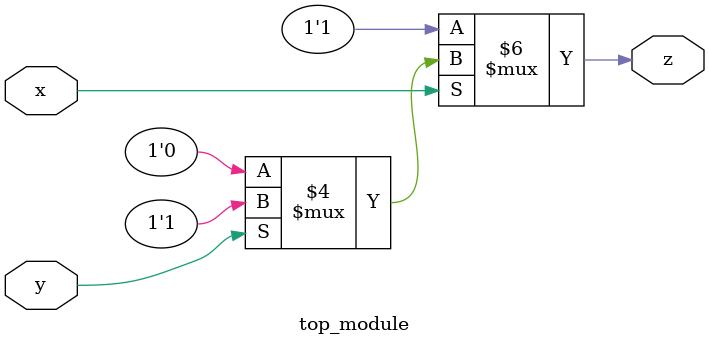
<source format=sv>
module top_module(
   input x,
   input y,
   output z
);
   reg z;

   always @(x, y)
   begin
      if (x) begin
         if (y) begin
            z <= 1;
         end
         else begin
            z <= 0;
         end
      end
      else begin
         z <= 1;
      end
   end

endmodule

</source>
